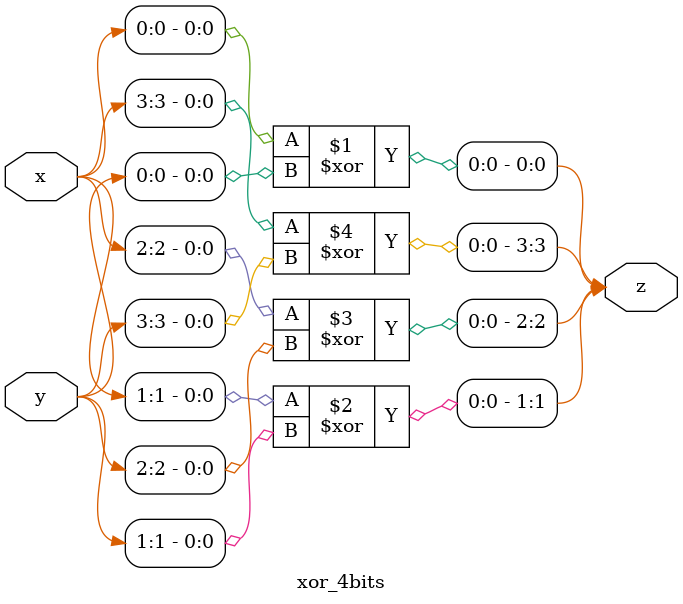
<source format=v>
`timescale 1ns / 1ps


module xor_4bits(
input [3:0]x,y,
output[3:0]z
    );
generate
genvar k;
for(k=0;k<4;k=k+1)
begin 
assign z[k]=x[k]^y[k];
end
endgenerate
endmodule


</source>
